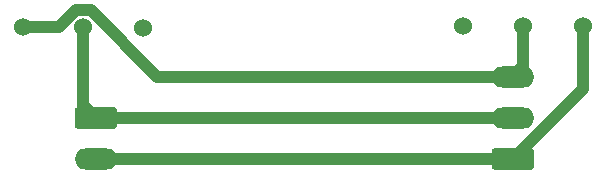
<source format=gbr>
%TF.GenerationSoftware,KiCad,Pcbnew,7.0.10*%
%TF.CreationDate,2024-02-26T13:26:31+01:00*%
%TF.ProjectId,servoFrogSwitches,73657276-6f46-4726-9f67-537769746368,rev?*%
%TF.SameCoordinates,Original*%
%TF.FileFunction,Copper,L1,Top*%
%TF.FilePolarity,Positive*%
%FSLAX46Y46*%
G04 Gerber Fmt 4.6, Leading zero omitted, Abs format (unit mm)*
G04 Created by KiCad (PCBNEW 7.0.10) date 2024-02-26 13:26:31*
%MOMM*%
%LPD*%
G01*
G04 APERTURE LIST*
G04 Aperture macros list*
%AMRoundRect*
0 Rectangle with rounded corners*
0 $1 Rounding radius*
0 $2 $3 $4 $5 $6 $7 $8 $9 X,Y pos of 4 corners*
0 Add a 4 corners polygon primitive as box body*
4,1,4,$2,$3,$4,$5,$6,$7,$8,$9,$2,$3,0*
0 Add four circle primitives for the rounded corners*
1,1,$1+$1,$2,$3*
1,1,$1+$1,$4,$5*
1,1,$1+$1,$6,$7*
1,1,$1+$1,$8,$9*
0 Add four rect primitives between the rounded corners*
20,1,$1+$1,$2,$3,$4,$5,0*
20,1,$1+$1,$4,$5,$6,$7,0*
20,1,$1+$1,$6,$7,$8,$9,0*
20,1,$1+$1,$8,$9,$2,$3,0*%
G04 Aperture macros list end*
%TA.AperFunction,ComponentPad*%
%ADD10C,1.524000*%
%TD*%
%TA.AperFunction,ComponentPad*%
%ADD11O,3.600000X1.800000*%
%TD*%
%TA.AperFunction,ComponentPad*%
%ADD12RoundRect,0.250000X1.550000X-0.650000X1.550000X0.650000X-1.550000X0.650000X-1.550000X-0.650000X0*%
%TD*%
%TA.AperFunction,ComponentPad*%
%ADD13RoundRect,0.250000X-1.550000X0.650000X-1.550000X-0.650000X1.550000X-0.650000X1.550000X0.650000X0*%
%TD*%
%TA.AperFunction,Conductor*%
%ADD14C,1.000000*%
%TD*%
G04 APERTURE END LIST*
D10*
%TO.P,SW502,1,A*%
%TO.N,unconnected-(SW502-A-Pad1)*%
X109202000Y-87687000D03*
%TO.P,SW502,2,B*%
%TO.N,/COM*%
X99042000Y-87677000D03*
%TO.P,SW502,3,C*%
%TO.N,/A*%
X104122000Y-87677000D03*
%TD*%
%TO.P,SW501,1,A*%
%TO.N,unconnected-(SW501-A-Pad1)*%
X136273000Y-87560000D03*
%TO.P,SW501,2,B*%
%TO.N,/COM*%
X141353000Y-87550000D03*
%TO.P,SW501,3,C*%
%TO.N,/B*%
X146433000Y-87550000D03*
%TD*%
D11*
%TO.P,J1,3,Pin_3*%
%TO.N,/COM*%
X140500000Y-91838000D03*
%TO.P,J1,2,Pin_2*%
%TO.N,/A*%
X140500000Y-95338000D03*
D12*
%TO.P,J1,1,Pin_1*%
%TO.N,/B*%
X140500000Y-98838000D03*
%TD*%
D11*
%TO.P,J2,2,Pin_2*%
%TO.N,/B*%
X105156000Y-98806000D03*
D13*
%TO.P,J2,1,Pin_1*%
%TO.N,/A*%
X105156000Y-95306000D03*
%TD*%
D14*
%TO.N,/COM*%
X102054419Y-87677000D02*
X99042000Y-87677000D01*
X103516419Y-86215000D02*
X102054419Y-87677000D01*
X110350581Y-91838000D02*
X104727581Y-86215000D01*
X140500000Y-91838000D02*
X110350581Y-91838000D01*
X104727581Y-86215000D02*
X103516419Y-86215000D01*
X141353000Y-90985000D02*
X140500000Y-91838000D01*
X141353000Y-87550000D02*
X141353000Y-90985000D01*
%TO.N,/B*%
X146433000Y-92905000D02*
X146433000Y-87550000D01*
X140500000Y-98838000D02*
X146433000Y-92905000D01*
%TO.N,/A*%
X104122000Y-94272000D02*
X105156000Y-95306000D01*
X104122000Y-87677000D02*
X104122000Y-94272000D01*
%TO.N,/B*%
X105188000Y-98838000D02*
X105156000Y-98806000D01*
X140500000Y-98838000D02*
X105188000Y-98838000D01*
%TO.N,/A*%
X140468000Y-95306000D02*
X140500000Y-95338000D01*
X105156000Y-95306000D02*
X140468000Y-95306000D01*
%TD*%
M02*

</source>
